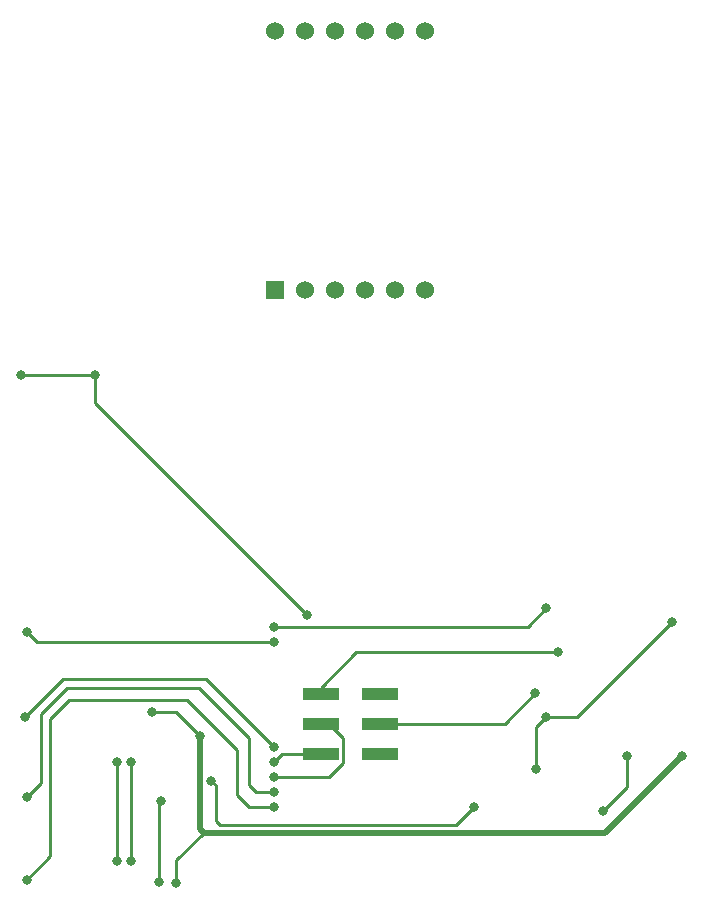
<source format=gbl>
G04 #@! TF.GenerationSoftware,KiCad,Pcbnew,6.0.1-79c1e3a40b~116~ubuntu21.04.1*
G04 #@! TF.CreationDate,2022-02-15T16:14:12-05:00*
G04 #@! TF.ProjectId,ttc_sign,7474635f-7369-4676-9e2e-6b696361645f,rev?*
G04 #@! TF.SameCoordinates,Original*
G04 #@! TF.FileFunction,Copper,L2,Bot*
G04 #@! TF.FilePolarity,Positive*
%FSLAX46Y46*%
G04 Gerber Fmt 4.6, Leading zero omitted, Abs format (unit mm)*
G04 Created by KiCad (PCBNEW 6.0.1-79c1e3a40b~116~ubuntu21.04.1) date 2022-02-15 16:14:12*
%MOMM*%
%LPD*%
G01*
G04 APERTURE LIST*
G04 #@! TA.AperFunction,ComponentPad*
%ADD10C,1.524000*%
G04 #@! TD*
G04 #@! TA.AperFunction,ComponentPad*
%ADD11R,1.524000X1.524000*%
G04 #@! TD*
G04 #@! TA.AperFunction,SMDPad,CuDef*
%ADD12R,3.150000X1.000000*%
G04 #@! TD*
G04 #@! TA.AperFunction,ViaPad*
%ADD13C,0.800000*%
G04 #@! TD*
G04 #@! TA.AperFunction,Conductor*
%ADD14C,0.250000*%
G04 #@! TD*
G04 #@! TA.AperFunction,Conductor*
%ADD15C,0.500000*%
G04 #@! TD*
G04 APERTURE END LIST*
D10*
G04 #@! TO.P,U1,12,CC1*
G04 #@! TO.N,/C_{1}*
X81650000Y-47500000D03*
G04 #@! TO.P,U1,11,A*
G04 #@! TO.N,/A*
X84190000Y-47500000D03*
G04 #@! TO.P,U1,10,F*
G04 #@! TO.N,/F*
X86730000Y-47500000D03*
G04 #@! TO.P,U1,9,CC2*
G04 #@! TO.N,/C_{2}*
X89270000Y-47500000D03*
G04 #@! TO.P,U1,8,CC3*
G04 #@! TO.N,/C_{3}*
X91810000Y-47500000D03*
G04 #@! TO.P,U1,7,B*
G04 #@! TO.N,/B*
X94350000Y-47500000D03*
G04 #@! TO.P,U1,6,CC4*
G04 #@! TO.N,/C_{4}*
X94350000Y-69500000D03*
G04 #@! TO.P,U1,5,G*
G04 #@! TO.N,/G*
X91810000Y-69500000D03*
G04 #@! TO.P,U1,4,C*
G04 #@! TO.N,/C*
X89270000Y-69500000D03*
G04 #@! TO.P,U1,3,DPX*
G04 #@! TO.N,/DP*
X86730000Y-69500000D03*
G04 #@! TO.P,U1,2,D*
G04 #@! TO.N,/D*
X84190000Y-69500000D03*
D11*
G04 #@! TO.P,U1,1,E*
G04 #@! TO.N,/E*
X81650000Y-69500000D03*
G04 #@! TD*
D12*
G04 #@! TO.P,J2,6,Pin_6*
G04 #@! TO.N,/RX*
X85475000Y-108740000D03*
G04 #@! TO.P,J2,5,Pin_5*
G04 #@! TO.N,unconnected-(J2-Pad5)*
X90525000Y-108740000D03*
G04 #@! TO.P,J2,4,Pin_4*
G04 #@! TO.N,/TX*
X85475000Y-106200000D03*
G04 #@! TO.P,J2,3,Pin_3*
G04 #@! TO.N,/RTS*
X90525000Y-106200000D03*
G04 #@! TO.P,J2,2,Pin_2*
G04 #@! TO.N,/DTR*
X85475000Y-103660000D03*
G04 #@! TO.P,J2,1,Pin_1*
G04 #@! TO.N,GND*
X90525000Y-103660000D03*
G04 #@! TD*
D13*
G04 #@! TO.N,/EN*
X104600000Y-105600000D03*
X103750000Y-110050000D03*
X115200000Y-97600000D03*
G04 #@! TO.N,GND*
X109400000Y-113600000D03*
X111450000Y-108900000D03*
X90525000Y-103660000D03*
G04 #@! TO.N,/BUT_{1}*
X84285000Y-96995000D03*
X66350000Y-76650000D03*
X60150000Y-76650000D03*
G04 #@! TO.N,+3V3*
X71800000Y-119600000D03*
X71945000Y-112717500D03*
X76200000Y-111000000D03*
X98500000Y-113235000D03*
G04 #@! TO.N,+5V*
X71200000Y-105200000D03*
X75250000Y-107200000D03*
X116050000Y-108900000D03*
X73215000Y-119642500D03*
G04 #@! TO.N,/RX*
X81500000Y-109425000D03*
G04 #@! TO.N,/TX*
X81500000Y-110695000D03*
G04 #@! TO.N,/RTS*
X103650000Y-103600000D03*
G04 #@! TO.N,/DTR*
X105600000Y-100150000D03*
G04 #@! TO.N,/BOOT*
X104600000Y-96400000D03*
X81500000Y-97995000D03*
G04 #@! TO.N,/DIGIT_{1}*
X60600000Y-98400000D03*
X81500000Y-99265000D03*
G04 #@! TO.N,/DIGIT_{2}*
X60449999Y-105600000D03*
X81500000Y-108155000D03*
G04 #@! TO.N,/DIGIT_{3}*
X60600000Y-112400000D03*
X81500000Y-111965000D03*
G04 #@! TO.N,/DIGIT_{4}*
X60600000Y-119400000D03*
X81500000Y-113235000D03*
G04 #@! TO.N,/OE_{5V}*
X69400000Y-117800000D03*
X69400000Y-109400000D03*
G04 #@! TO.N,/RCLK_{5V}*
X68200000Y-109400000D03*
X68200000Y-117800000D03*
G04 #@! TD*
D14*
G04 #@! TO.N,/EN*
X103750000Y-106450000D02*
X104600000Y-105600000D01*
X103750000Y-110050000D02*
X103750000Y-106450000D01*
X107200000Y-105600000D02*
X115200000Y-97600000D01*
X104600000Y-105600000D02*
X107200000Y-105600000D01*
G04 #@! TO.N,GND*
X111450000Y-111550000D02*
X111450000Y-108900000D01*
X109400000Y-113600000D02*
X111450000Y-111550000D01*
G04 #@! TO.N,/BUT_{1}*
X66350000Y-76650000D02*
X60150000Y-76650000D01*
X66350000Y-79060000D02*
X84285000Y-96995000D01*
X66350000Y-76650000D02*
X66350000Y-79060000D01*
G04 #@! TO.N,+3V3*
X71800000Y-112862500D02*
X71945000Y-112717500D01*
X71800000Y-119600000D02*
X71800000Y-112862500D01*
X96935000Y-114800000D02*
X98500000Y-113235000D01*
X77000000Y-114800000D02*
X96935000Y-114800000D01*
X76600000Y-114400000D02*
X77000000Y-114800000D01*
X76600000Y-111400000D02*
X76600000Y-114400000D01*
X76200000Y-111000000D02*
X76600000Y-111400000D01*
G04 #@! TO.N,+5V*
X73250000Y-105200000D02*
X75250000Y-107200000D01*
X71200000Y-105200000D02*
X73250000Y-105200000D01*
D15*
X116050000Y-108900000D02*
X109550000Y-115400000D01*
X75250000Y-115075998D02*
X75250000Y-107200000D01*
X75574002Y-115400000D02*
X75250000Y-115075998D01*
X109550000Y-115400000D02*
X75574002Y-115400000D01*
D14*
X73215000Y-117759002D02*
X73215000Y-119642500D01*
X75574002Y-115400000D02*
X73215000Y-117759002D01*
G04 #@! TO.N,/RX*
X82185000Y-108740000D02*
X81500000Y-109425000D01*
X85475000Y-108740000D02*
X82185000Y-108740000D01*
G04 #@! TO.N,/TX*
X85475000Y-106200000D02*
X86200000Y-106200000D01*
X86180002Y-110695000D02*
X81500000Y-110695000D01*
X87375001Y-109500001D02*
X86180002Y-110695000D01*
X87375001Y-107375001D02*
X87375001Y-109500001D01*
X86200000Y-106200000D02*
X87375001Y-107375001D01*
G04 #@! TO.N,/RTS*
X101050000Y-106200000D02*
X103650000Y-103600000D01*
X90525000Y-106200000D02*
X101050000Y-106200000D01*
G04 #@! TO.N,/DTR*
X85475000Y-103660000D02*
X85475000Y-103125000D01*
X88450000Y-100150000D02*
X105600000Y-100150000D01*
X85475000Y-103125000D02*
X88450000Y-100150000D01*
G04 #@! TO.N,/BOOT*
X103005000Y-97995000D02*
X81500000Y-97995000D01*
X104600000Y-96400000D02*
X103005000Y-97995000D01*
G04 #@! TO.N,/DIGIT_{1}*
X61465000Y-99265000D02*
X81500000Y-99265000D01*
X60600000Y-98400000D02*
X61465000Y-99265000D01*
G04 #@! TO.N,/DIGIT_{2}*
X75745000Y-102400000D02*
X81500000Y-108155000D01*
X60449999Y-105600000D02*
X63649999Y-102400000D01*
X63649999Y-102400000D02*
X75745000Y-102400000D01*
G04 #@! TO.N,/DIGIT_{3}*
X79965000Y-111965000D02*
X81500000Y-111965000D01*
X79400000Y-111400000D02*
X79965000Y-111965000D01*
X79400000Y-107400000D02*
X79400000Y-111400000D01*
X75200000Y-103200000D02*
X79400000Y-107400000D01*
X61800000Y-111200000D02*
X61800000Y-105400000D01*
X64000000Y-103200000D02*
X75200000Y-103200000D01*
X61800000Y-105400000D02*
X64000000Y-103200000D01*
X60600000Y-112400000D02*
X61800000Y-111200000D01*
G04 #@! TO.N,/DIGIT_{4}*
X78400000Y-112200000D02*
X79435000Y-113235000D01*
X79435000Y-113235000D02*
X81500000Y-113235000D01*
X74200000Y-104200000D02*
X78400000Y-108400000D01*
X78400000Y-108400000D02*
X78400000Y-112200000D01*
X64200000Y-104200000D02*
X74200000Y-104200000D01*
X62600000Y-105800000D02*
X64200000Y-104200000D01*
X62600000Y-117400000D02*
X62600000Y-105800000D01*
X60600000Y-119400000D02*
X62600000Y-117400000D01*
G04 #@! TO.N,/OE_{5V}*
X69400000Y-117800000D02*
X69400000Y-109400000D01*
G04 #@! TO.N,/RCLK_{5V}*
X68200000Y-109400000D02*
X68200000Y-117800000D01*
G04 #@! TD*
M02*

</source>
